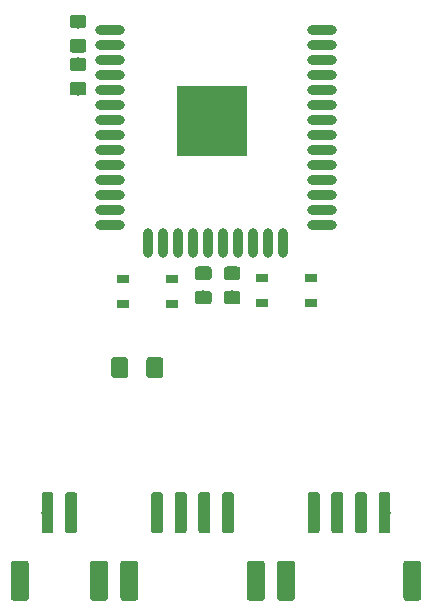
<source format=gbr>
G04 #@! TF.GenerationSoftware,KiCad,Pcbnew,(5.1.2)-1*
G04 #@! TF.CreationDate,2019-07-08T23:37:35+09:00*
G04 #@! TF.ProjectId,ESP32-breakout-SMD,45535033-322d-4627-9265-616b6f75742d,rev?*
G04 #@! TF.SameCoordinates,Original*
G04 #@! TF.FileFunction,Paste,Top*
G04 #@! TF.FilePolarity,Positive*
%FSLAX46Y46*%
G04 Gerber Fmt 4.6, Leading zero omitted, Abs format (unit mm)*
G04 Created by KiCad (PCBNEW (5.1.2)-1) date 2019-07-08 23:37:35*
%MOMM*%
%LPD*%
G04 APERTURE LIST*
%ADD10C,0.100000*%
%ADD11C,1.150000*%
%ADD12C,1.425000*%
%ADD13C,1.500000*%
%ADD14C,1.000000*%
%ADD15O,2.500000X0.900000*%
%ADD16O,0.900000X2.500000*%
%ADD17R,6.000000X6.000000*%
%ADD18R,1.050000X0.650000*%
G04 APERTURE END LIST*
D10*
G36*
X153128505Y-93826704D02*
G01*
X153152773Y-93830304D01*
X153176572Y-93836265D01*
X153199671Y-93844530D01*
X153221850Y-93855020D01*
X153242893Y-93867632D01*
X153262599Y-93882247D01*
X153280777Y-93898723D01*
X153297253Y-93916901D01*
X153311868Y-93936607D01*
X153324480Y-93957650D01*
X153334970Y-93979829D01*
X153343235Y-94002928D01*
X153349196Y-94026727D01*
X153352796Y-94050995D01*
X153354000Y-94075499D01*
X153354000Y-94725501D01*
X153352796Y-94750005D01*
X153349196Y-94774273D01*
X153343235Y-94798072D01*
X153334970Y-94821171D01*
X153324480Y-94843350D01*
X153311868Y-94864393D01*
X153297253Y-94884099D01*
X153280777Y-94902277D01*
X153262599Y-94918753D01*
X153242893Y-94933368D01*
X153221850Y-94945980D01*
X153199671Y-94956470D01*
X153176572Y-94964735D01*
X153152773Y-94970696D01*
X153128505Y-94974296D01*
X153104001Y-94975500D01*
X152203999Y-94975500D01*
X152179495Y-94974296D01*
X152155227Y-94970696D01*
X152131428Y-94964735D01*
X152108329Y-94956470D01*
X152086150Y-94945980D01*
X152065107Y-94933368D01*
X152045401Y-94918753D01*
X152027223Y-94902277D01*
X152010747Y-94884099D01*
X151996132Y-94864393D01*
X151983520Y-94843350D01*
X151973030Y-94821171D01*
X151964765Y-94798072D01*
X151958804Y-94774273D01*
X151955204Y-94750005D01*
X151954000Y-94725501D01*
X151954000Y-94075499D01*
X151955204Y-94050995D01*
X151958804Y-94026727D01*
X151964765Y-94002928D01*
X151973030Y-93979829D01*
X151983520Y-93957650D01*
X151996132Y-93936607D01*
X152010747Y-93916901D01*
X152027223Y-93898723D01*
X152045401Y-93882247D01*
X152065107Y-93867632D01*
X152086150Y-93855020D01*
X152108329Y-93844530D01*
X152131428Y-93836265D01*
X152155227Y-93830304D01*
X152179495Y-93826704D01*
X152203999Y-93825500D01*
X153104001Y-93825500D01*
X153128505Y-93826704D01*
X153128505Y-93826704D01*
G37*
D11*
X152654000Y-94400500D03*
D10*
G36*
X153128505Y-95876704D02*
G01*
X153152773Y-95880304D01*
X153176572Y-95886265D01*
X153199671Y-95894530D01*
X153221850Y-95905020D01*
X153242893Y-95917632D01*
X153262599Y-95932247D01*
X153280777Y-95948723D01*
X153297253Y-95966901D01*
X153311868Y-95986607D01*
X153324480Y-96007650D01*
X153334970Y-96029829D01*
X153343235Y-96052928D01*
X153349196Y-96076727D01*
X153352796Y-96100995D01*
X153354000Y-96125499D01*
X153354000Y-96775501D01*
X153352796Y-96800005D01*
X153349196Y-96824273D01*
X153343235Y-96848072D01*
X153334970Y-96871171D01*
X153324480Y-96893350D01*
X153311868Y-96914393D01*
X153297253Y-96934099D01*
X153280777Y-96952277D01*
X153262599Y-96968753D01*
X153242893Y-96983368D01*
X153221850Y-96995980D01*
X153199671Y-97006470D01*
X153176572Y-97014735D01*
X153152773Y-97020696D01*
X153128505Y-97024296D01*
X153104001Y-97025500D01*
X152203999Y-97025500D01*
X152179495Y-97024296D01*
X152155227Y-97020696D01*
X152131428Y-97014735D01*
X152108329Y-97006470D01*
X152086150Y-96995980D01*
X152065107Y-96983368D01*
X152045401Y-96968753D01*
X152027223Y-96952277D01*
X152010747Y-96934099D01*
X151996132Y-96914393D01*
X151983520Y-96893350D01*
X151973030Y-96871171D01*
X151964765Y-96848072D01*
X151958804Y-96824273D01*
X151955204Y-96800005D01*
X151954000Y-96775501D01*
X151954000Y-96125499D01*
X151955204Y-96100995D01*
X151958804Y-96076727D01*
X151964765Y-96052928D01*
X151973030Y-96029829D01*
X151983520Y-96007650D01*
X151996132Y-95986607D01*
X152010747Y-95966901D01*
X152027223Y-95948723D01*
X152045401Y-95932247D01*
X152065107Y-95917632D01*
X152086150Y-95905020D01*
X152108329Y-95894530D01*
X152131428Y-95886265D01*
X152155227Y-95880304D01*
X152179495Y-95876704D01*
X152203999Y-95875500D01*
X153104001Y-95875500D01*
X153128505Y-95876704D01*
X153128505Y-95876704D01*
G37*
D11*
X152654000Y-96450500D03*
D10*
G36*
X163745705Y-117189604D02*
G01*
X163769973Y-117193204D01*
X163793772Y-117199165D01*
X163816871Y-117207430D01*
X163839050Y-117217920D01*
X163860093Y-117230532D01*
X163879799Y-117245147D01*
X163897977Y-117261623D01*
X163914453Y-117279801D01*
X163929068Y-117299507D01*
X163941680Y-117320550D01*
X163952170Y-117342729D01*
X163960435Y-117365828D01*
X163966396Y-117389627D01*
X163969996Y-117413895D01*
X163971200Y-117438399D01*
X163971200Y-118088401D01*
X163969996Y-118112905D01*
X163966396Y-118137173D01*
X163960435Y-118160972D01*
X163952170Y-118184071D01*
X163941680Y-118206250D01*
X163929068Y-118227293D01*
X163914453Y-118246999D01*
X163897977Y-118265177D01*
X163879799Y-118281653D01*
X163860093Y-118296268D01*
X163839050Y-118308880D01*
X163816871Y-118319370D01*
X163793772Y-118327635D01*
X163769973Y-118333596D01*
X163745705Y-118337196D01*
X163721201Y-118338400D01*
X162821199Y-118338400D01*
X162796695Y-118337196D01*
X162772427Y-118333596D01*
X162748628Y-118327635D01*
X162725529Y-118319370D01*
X162703350Y-118308880D01*
X162682307Y-118296268D01*
X162662601Y-118281653D01*
X162644423Y-118265177D01*
X162627947Y-118246999D01*
X162613332Y-118227293D01*
X162600720Y-118206250D01*
X162590230Y-118184071D01*
X162581965Y-118160972D01*
X162576004Y-118137173D01*
X162572404Y-118112905D01*
X162571200Y-118088401D01*
X162571200Y-117438399D01*
X162572404Y-117413895D01*
X162576004Y-117389627D01*
X162581965Y-117365828D01*
X162590230Y-117342729D01*
X162600720Y-117320550D01*
X162613332Y-117299507D01*
X162627947Y-117279801D01*
X162644423Y-117261623D01*
X162662601Y-117245147D01*
X162682307Y-117230532D01*
X162703350Y-117217920D01*
X162725529Y-117207430D01*
X162748628Y-117199165D01*
X162772427Y-117193204D01*
X162796695Y-117189604D01*
X162821199Y-117188400D01*
X163721201Y-117188400D01*
X163745705Y-117189604D01*
X163745705Y-117189604D01*
G37*
D11*
X163271200Y-117763400D03*
D10*
G36*
X163745705Y-115139604D02*
G01*
X163769973Y-115143204D01*
X163793772Y-115149165D01*
X163816871Y-115157430D01*
X163839050Y-115167920D01*
X163860093Y-115180532D01*
X163879799Y-115195147D01*
X163897977Y-115211623D01*
X163914453Y-115229801D01*
X163929068Y-115249507D01*
X163941680Y-115270550D01*
X163952170Y-115292729D01*
X163960435Y-115315828D01*
X163966396Y-115339627D01*
X163969996Y-115363895D01*
X163971200Y-115388399D01*
X163971200Y-116038401D01*
X163969996Y-116062905D01*
X163966396Y-116087173D01*
X163960435Y-116110972D01*
X163952170Y-116134071D01*
X163941680Y-116156250D01*
X163929068Y-116177293D01*
X163914453Y-116196999D01*
X163897977Y-116215177D01*
X163879799Y-116231653D01*
X163860093Y-116246268D01*
X163839050Y-116258880D01*
X163816871Y-116269370D01*
X163793772Y-116277635D01*
X163769973Y-116283596D01*
X163745705Y-116287196D01*
X163721201Y-116288400D01*
X162821199Y-116288400D01*
X162796695Y-116287196D01*
X162772427Y-116283596D01*
X162748628Y-116277635D01*
X162725529Y-116269370D01*
X162703350Y-116258880D01*
X162682307Y-116246268D01*
X162662601Y-116231653D01*
X162644423Y-116215177D01*
X162627947Y-116196999D01*
X162613332Y-116177293D01*
X162600720Y-116156250D01*
X162590230Y-116134071D01*
X162581965Y-116110972D01*
X162576004Y-116087173D01*
X162572404Y-116062905D01*
X162571200Y-116038401D01*
X162571200Y-115388399D01*
X162572404Y-115363895D01*
X162576004Y-115339627D01*
X162581965Y-115315828D01*
X162590230Y-115292729D01*
X162600720Y-115270550D01*
X162613332Y-115249507D01*
X162627947Y-115229801D01*
X162644423Y-115211623D01*
X162662601Y-115195147D01*
X162682307Y-115180532D01*
X162703350Y-115167920D01*
X162725529Y-115157430D01*
X162748628Y-115149165D01*
X162772427Y-115143204D01*
X162796695Y-115139604D01*
X162821199Y-115138400D01*
X163721201Y-115138400D01*
X163745705Y-115139604D01*
X163745705Y-115139604D01*
G37*
D11*
X163271200Y-115713400D03*
D10*
G36*
X166184105Y-115139604D02*
G01*
X166208373Y-115143204D01*
X166232172Y-115149165D01*
X166255271Y-115157430D01*
X166277450Y-115167920D01*
X166298493Y-115180532D01*
X166318199Y-115195147D01*
X166336377Y-115211623D01*
X166352853Y-115229801D01*
X166367468Y-115249507D01*
X166380080Y-115270550D01*
X166390570Y-115292729D01*
X166398835Y-115315828D01*
X166404796Y-115339627D01*
X166408396Y-115363895D01*
X166409600Y-115388399D01*
X166409600Y-116038401D01*
X166408396Y-116062905D01*
X166404796Y-116087173D01*
X166398835Y-116110972D01*
X166390570Y-116134071D01*
X166380080Y-116156250D01*
X166367468Y-116177293D01*
X166352853Y-116196999D01*
X166336377Y-116215177D01*
X166318199Y-116231653D01*
X166298493Y-116246268D01*
X166277450Y-116258880D01*
X166255271Y-116269370D01*
X166232172Y-116277635D01*
X166208373Y-116283596D01*
X166184105Y-116287196D01*
X166159601Y-116288400D01*
X165259599Y-116288400D01*
X165235095Y-116287196D01*
X165210827Y-116283596D01*
X165187028Y-116277635D01*
X165163929Y-116269370D01*
X165141750Y-116258880D01*
X165120707Y-116246268D01*
X165101001Y-116231653D01*
X165082823Y-116215177D01*
X165066347Y-116196999D01*
X165051732Y-116177293D01*
X165039120Y-116156250D01*
X165028630Y-116134071D01*
X165020365Y-116110972D01*
X165014404Y-116087173D01*
X165010804Y-116062905D01*
X165009600Y-116038401D01*
X165009600Y-115388399D01*
X165010804Y-115363895D01*
X165014404Y-115339627D01*
X165020365Y-115315828D01*
X165028630Y-115292729D01*
X165039120Y-115270550D01*
X165051732Y-115249507D01*
X165066347Y-115229801D01*
X165082823Y-115211623D01*
X165101001Y-115195147D01*
X165120707Y-115180532D01*
X165141750Y-115167920D01*
X165163929Y-115157430D01*
X165187028Y-115149165D01*
X165210827Y-115143204D01*
X165235095Y-115139604D01*
X165259599Y-115138400D01*
X166159601Y-115138400D01*
X166184105Y-115139604D01*
X166184105Y-115139604D01*
G37*
D11*
X165709600Y-115713400D03*
D10*
G36*
X166184105Y-117189604D02*
G01*
X166208373Y-117193204D01*
X166232172Y-117199165D01*
X166255271Y-117207430D01*
X166277450Y-117217920D01*
X166298493Y-117230532D01*
X166318199Y-117245147D01*
X166336377Y-117261623D01*
X166352853Y-117279801D01*
X166367468Y-117299507D01*
X166380080Y-117320550D01*
X166390570Y-117342729D01*
X166398835Y-117365828D01*
X166404796Y-117389627D01*
X166408396Y-117413895D01*
X166409600Y-117438399D01*
X166409600Y-118088401D01*
X166408396Y-118112905D01*
X166404796Y-118137173D01*
X166398835Y-118160972D01*
X166390570Y-118184071D01*
X166380080Y-118206250D01*
X166367468Y-118227293D01*
X166352853Y-118246999D01*
X166336377Y-118265177D01*
X166318199Y-118281653D01*
X166298493Y-118296268D01*
X166277450Y-118308880D01*
X166255271Y-118319370D01*
X166232172Y-118327635D01*
X166208373Y-118333596D01*
X166184105Y-118337196D01*
X166159601Y-118338400D01*
X165259599Y-118338400D01*
X165235095Y-118337196D01*
X165210827Y-118333596D01*
X165187028Y-118327635D01*
X165163929Y-118319370D01*
X165141750Y-118308880D01*
X165120707Y-118296268D01*
X165101001Y-118281653D01*
X165082823Y-118265177D01*
X165066347Y-118246999D01*
X165051732Y-118227293D01*
X165039120Y-118206250D01*
X165028630Y-118184071D01*
X165020365Y-118160972D01*
X165014404Y-118137173D01*
X165010804Y-118112905D01*
X165009600Y-118088401D01*
X165009600Y-117438399D01*
X165010804Y-117413895D01*
X165014404Y-117389627D01*
X165020365Y-117365828D01*
X165028630Y-117342729D01*
X165039120Y-117320550D01*
X165051732Y-117299507D01*
X165066347Y-117279801D01*
X165082823Y-117261623D01*
X165101001Y-117245147D01*
X165120707Y-117230532D01*
X165141750Y-117217920D01*
X165163929Y-117207430D01*
X165187028Y-117199165D01*
X165210827Y-117193204D01*
X165235095Y-117189604D01*
X165259599Y-117188400D01*
X166159601Y-117188400D01*
X166184105Y-117189604D01*
X166184105Y-117189604D01*
G37*
D11*
X165709600Y-117763400D03*
D10*
G36*
X153128505Y-99511204D02*
G01*
X153152773Y-99514804D01*
X153176572Y-99520765D01*
X153199671Y-99529030D01*
X153221850Y-99539520D01*
X153242893Y-99552132D01*
X153262599Y-99566747D01*
X153280777Y-99583223D01*
X153297253Y-99601401D01*
X153311868Y-99621107D01*
X153324480Y-99642150D01*
X153334970Y-99664329D01*
X153343235Y-99687428D01*
X153349196Y-99711227D01*
X153352796Y-99735495D01*
X153354000Y-99759999D01*
X153354000Y-100410001D01*
X153352796Y-100434505D01*
X153349196Y-100458773D01*
X153343235Y-100482572D01*
X153334970Y-100505671D01*
X153324480Y-100527850D01*
X153311868Y-100548893D01*
X153297253Y-100568599D01*
X153280777Y-100586777D01*
X153262599Y-100603253D01*
X153242893Y-100617868D01*
X153221850Y-100630480D01*
X153199671Y-100640970D01*
X153176572Y-100649235D01*
X153152773Y-100655196D01*
X153128505Y-100658796D01*
X153104001Y-100660000D01*
X152203999Y-100660000D01*
X152179495Y-100658796D01*
X152155227Y-100655196D01*
X152131428Y-100649235D01*
X152108329Y-100640970D01*
X152086150Y-100630480D01*
X152065107Y-100617868D01*
X152045401Y-100603253D01*
X152027223Y-100586777D01*
X152010747Y-100568599D01*
X151996132Y-100548893D01*
X151983520Y-100527850D01*
X151973030Y-100505671D01*
X151964765Y-100482572D01*
X151958804Y-100458773D01*
X151955204Y-100434505D01*
X151954000Y-100410001D01*
X151954000Y-99759999D01*
X151955204Y-99735495D01*
X151958804Y-99711227D01*
X151964765Y-99687428D01*
X151973030Y-99664329D01*
X151983520Y-99642150D01*
X151996132Y-99621107D01*
X152010747Y-99601401D01*
X152027223Y-99583223D01*
X152045401Y-99566747D01*
X152065107Y-99552132D01*
X152086150Y-99539520D01*
X152108329Y-99529030D01*
X152131428Y-99520765D01*
X152155227Y-99514804D01*
X152179495Y-99511204D01*
X152203999Y-99510000D01*
X153104001Y-99510000D01*
X153128505Y-99511204D01*
X153128505Y-99511204D01*
G37*
D11*
X152654000Y-100085000D03*
D10*
G36*
X153128505Y-97461204D02*
G01*
X153152773Y-97464804D01*
X153176572Y-97470765D01*
X153199671Y-97479030D01*
X153221850Y-97489520D01*
X153242893Y-97502132D01*
X153262599Y-97516747D01*
X153280777Y-97533223D01*
X153297253Y-97551401D01*
X153311868Y-97571107D01*
X153324480Y-97592150D01*
X153334970Y-97614329D01*
X153343235Y-97637428D01*
X153349196Y-97661227D01*
X153352796Y-97685495D01*
X153354000Y-97709999D01*
X153354000Y-98360001D01*
X153352796Y-98384505D01*
X153349196Y-98408773D01*
X153343235Y-98432572D01*
X153334970Y-98455671D01*
X153324480Y-98477850D01*
X153311868Y-98498893D01*
X153297253Y-98518599D01*
X153280777Y-98536777D01*
X153262599Y-98553253D01*
X153242893Y-98567868D01*
X153221850Y-98580480D01*
X153199671Y-98590970D01*
X153176572Y-98599235D01*
X153152773Y-98605196D01*
X153128505Y-98608796D01*
X153104001Y-98610000D01*
X152203999Y-98610000D01*
X152179495Y-98608796D01*
X152155227Y-98605196D01*
X152131428Y-98599235D01*
X152108329Y-98590970D01*
X152086150Y-98580480D01*
X152065107Y-98567868D01*
X152045401Y-98553253D01*
X152027223Y-98536777D01*
X152010747Y-98518599D01*
X151996132Y-98498893D01*
X151983520Y-98477850D01*
X151973030Y-98455671D01*
X151964765Y-98432572D01*
X151958804Y-98408773D01*
X151955204Y-98384505D01*
X151954000Y-98360001D01*
X151954000Y-97709999D01*
X151955204Y-97685495D01*
X151958804Y-97661227D01*
X151964765Y-97637428D01*
X151973030Y-97614329D01*
X151983520Y-97592150D01*
X151996132Y-97571107D01*
X152010747Y-97551401D01*
X152027223Y-97533223D01*
X152045401Y-97516747D01*
X152065107Y-97502132D01*
X152086150Y-97489520D01*
X152108329Y-97479030D01*
X152131428Y-97470765D01*
X152155227Y-97464804D01*
X152179495Y-97461204D01*
X152203999Y-97460000D01*
X153104001Y-97460000D01*
X153128505Y-97461204D01*
X153128505Y-97461204D01*
G37*
D11*
X152654000Y-98035000D03*
D10*
G36*
X159657704Y-122824204D02*
G01*
X159681973Y-122827804D01*
X159705771Y-122833765D01*
X159728871Y-122842030D01*
X159751049Y-122852520D01*
X159772093Y-122865133D01*
X159791798Y-122879747D01*
X159809977Y-122896223D01*
X159826453Y-122914402D01*
X159841067Y-122934107D01*
X159853680Y-122955151D01*
X159864170Y-122977329D01*
X159872435Y-123000429D01*
X159878396Y-123024227D01*
X159881996Y-123048496D01*
X159883200Y-123073000D01*
X159883200Y-124323000D01*
X159881996Y-124347504D01*
X159878396Y-124371773D01*
X159872435Y-124395571D01*
X159864170Y-124418671D01*
X159853680Y-124440849D01*
X159841067Y-124461893D01*
X159826453Y-124481598D01*
X159809977Y-124499777D01*
X159791798Y-124516253D01*
X159772093Y-124530867D01*
X159751049Y-124543480D01*
X159728871Y-124553970D01*
X159705771Y-124562235D01*
X159681973Y-124568196D01*
X159657704Y-124571796D01*
X159633200Y-124573000D01*
X158708200Y-124573000D01*
X158683696Y-124571796D01*
X158659427Y-124568196D01*
X158635629Y-124562235D01*
X158612529Y-124553970D01*
X158590351Y-124543480D01*
X158569307Y-124530867D01*
X158549602Y-124516253D01*
X158531423Y-124499777D01*
X158514947Y-124481598D01*
X158500333Y-124461893D01*
X158487720Y-124440849D01*
X158477230Y-124418671D01*
X158468965Y-124395571D01*
X158463004Y-124371773D01*
X158459404Y-124347504D01*
X158458200Y-124323000D01*
X158458200Y-123073000D01*
X158459404Y-123048496D01*
X158463004Y-123024227D01*
X158468965Y-123000429D01*
X158477230Y-122977329D01*
X158487720Y-122955151D01*
X158500333Y-122934107D01*
X158514947Y-122914402D01*
X158531423Y-122896223D01*
X158549602Y-122879747D01*
X158569307Y-122865133D01*
X158590351Y-122852520D01*
X158612529Y-122842030D01*
X158635629Y-122833765D01*
X158659427Y-122827804D01*
X158683696Y-122824204D01*
X158708200Y-122823000D01*
X159633200Y-122823000D01*
X159657704Y-122824204D01*
X159657704Y-122824204D01*
G37*
D12*
X159170700Y-123698000D03*
D10*
G36*
X156682704Y-122824204D02*
G01*
X156706973Y-122827804D01*
X156730771Y-122833765D01*
X156753871Y-122842030D01*
X156776049Y-122852520D01*
X156797093Y-122865133D01*
X156816798Y-122879747D01*
X156834977Y-122896223D01*
X156851453Y-122914402D01*
X156866067Y-122934107D01*
X156878680Y-122955151D01*
X156889170Y-122977329D01*
X156897435Y-123000429D01*
X156903396Y-123024227D01*
X156906996Y-123048496D01*
X156908200Y-123073000D01*
X156908200Y-124323000D01*
X156906996Y-124347504D01*
X156903396Y-124371773D01*
X156897435Y-124395571D01*
X156889170Y-124418671D01*
X156878680Y-124440849D01*
X156866067Y-124461893D01*
X156851453Y-124481598D01*
X156834977Y-124499777D01*
X156816798Y-124516253D01*
X156797093Y-124530867D01*
X156776049Y-124543480D01*
X156753871Y-124553970D01*
X156730771Y-124562235D01*
X156706973Y-124568196D01*
X156682704Y-124571796D01*
X156658200Y-124573000D01*
X155733200Y-124573000D01*
X155708696Y-124571796D01*
X155684427Y-124568196D01*
X155660629Y-124562235D01*
X155637529Y-124553970D01*
X155615351Y-124543480D01*
X155594307Y-124530867D01*
X155574602Y-124516253D01*
X155556423Y-124499777D01*
X155539947Y-124481598D01*
X155525333Y-124461893D01*
X155512720Y-124440849D01*
X155502230Y-124418671D01*
X155493965Y-124395571D01*
X155488004Y-124371773D01*
X155484404Y-124347504D01*
X155483200Y-124323000D01*
X155483200Y-123073000D01*
X155484404Y-123048496D01*
X155488004Y-123024227D01*
X155493965Y-123000429D01*
X155502230Y-122977329D01*
X155512720Y-122955151D01*
X155525333Y-122934107D01*
X155539947Y-122914402D01*
X155556423Y-122896223D01*
X155574602Y-122879747D01*
X155594307Y-122865133D01*
X155615351Y-122852520D01*
X155637529Y-122842030D01*
X155660629Y-122833765D01*
X155684427Y-122827804D01*
X155708696Y-122824204D01*
X155733200Y-122823000D01*
X156658200Y-122823000D01*
X156682704Y-122824204D01*
X156682704Y-122824204D01*
G37*
D12*
X156195700Y-123698000D03*
D10*
G36*
X181492904Y-140037604D02*
G01*
X181517173Y-140041204D01*
X181540971Y-140047165D01*
X181564071Y-140055430D01*
X181586249Y-140065920D01*
X181607293Y-140078533D01*
X181626998Y-140093147D01*
X181645177Y-140109623D01*
X181661653Y-140127802D01*
X181676267Y-140147507D01*
X181688880Y-140168551D01*
X181699370Y-140190729D01*
X181707635Y-140213829D01*
X181713596Y-140237627D01*
X181717196Y-140261896D01*
X181718400Y-140286400D01*
X181718400Y-143186400D01*
X181717196Y-143210904D01*
X181713596Y-143235173D01*
X181707635Y-143258971D01*
X181699370Y-143282071D01*
X181688880Y-143304249D01*
X181676267Y-143325293D01*
X181661653Y-143344998D01*
X181645177Y-143363177D01*
X181626998Y-143379653D01*
X181607293Y-143394267D01*
X181586249Y-143406880D01*
X181564071Y-143417370D01*
X181540971Y-143425635D01*
X181517173Y-143431596D01*
X181492904Y-143435196D01*
X181468400Y-143436400D01*
X180468400Y-143436400D01*
X180443896Y-143435196D01*
X180419627Y-143431596D01*
X180395829Y-143425635D01*
X180372729Y-143417370D01*
X180350551Y-143406880D01*
X180329507Y-143394267D01*
X180309802Y-143379653D01*
X180291623Y-143363177D01*
X180275147Y-143344998D01*
X180260533Y-143325293D01*
X180247920Y-143304249D01*
X180237430Y-143282071D01*
X180229165Y-143258971D01*
X180223204Y-143235173D01*
X180219604Y-143210904D01*
X180218400Y-143186400D01*
X180218400Y-140286400D01*
X180219604Y-140261896D01*
X180223204Y-140237627D01*
X180229165Y-140213829D01*
X180237430Y-140190729D01*
X180247920Y-140168551D01*
X180260533Y-140147507D01*
X180275147Y-140127802D01*
X180291623Y-140109623D01*
X180309802Y-140093147D01*
X180329507Y-140078533D01*
X180350551Y-140065920D01*
X180372729Y-140055430D01*
X180395829Y-140047165D01*
X180419627Y-140041204D01*
X180443896Y-140037604D01*
X180468400Y-140036400D01*
X181468400Y-140036400D01*
X181492904Y-140037604D01*
X181492904Y-140037604D01*
G37*
D13*
X180968400Y-141736400D03*
D10*
G36*
X170792904Y-140037604D02*
G01*
X170817173Y-140041204D01*
X170840971Y-140047165D01*
X170864071Y-140055430D01*
X170886249Y-140065920D01*
X170907293Y-140078533D01*
X170926998Y-140093147D01*
X170945177Y-140109623D01*
X170961653Y-140127802D01*
X170976267Y-140147507D01*
X170988880Y-140168551D01*
X170999370Y-140190729D01*
X171007635Y-140213829D01*
X171013596Y-140237627D01*
X171017196Y-140261896D01*
X171018400Y-140286400D01*
X171018400Y-143186400D01*
X171017196Y-143210904D01*
X171013596Y-143235173D01*
X171007635Y-143258971D01*
X170999370Y-143282071D01*
X170988880Y-143304249D01*
X170976267Y-143325293D01*
X170961653Y-143344998D01*
X170945177Y-143363177D01*
X170926998Y-143379653D01*
X170907293Y-143394267D01*
X170886249Y-143406880D01*
X170864071Y-143417370D01*
X170840971Y-143425635D01*
X170817173Y-143431596D01*
X170792904Y-143435196D01*
X170768400Y-143436400D01*
X169768400Y-143436400D01*
X169743896Y-143435196D01*
X169719627Y-143431596D01*
X169695829Y-143425635D01*
X169672729Y-143417370D01*
X169650551Y-143406880D01*
X169629507Y-143394267D01*
X169609802Y-143379653D01*
X169591623Y-143363177D01*
X169575147Y-143344998D01*
X169560533Y-143325293D01*
X169547920Y-143304249D01*
X169537430Y-143282071D01*
X169529165Y-143258971D01*
X169523204Y-143235173D01*
X169519604Y-143210904D01*
X169518400Y-143186400D01*
X169518400Y-140286400D01*
X169519604Y-140261896D01*
X169523204Y-140237627D01*
X169529165Y-140213829D01*
X169537430Y-140190729D01*
X169547920Y-140168551D01*
X169560533Y-140147507D01*
X169575147Y-140127802D01*
X169591623Y-140109623D01*
X169609802Y-140093147D01*
X169629507Y-140078533D01*
X169650551Y-140065920D01*
X169672729Y-140055430D01*
X169695829Y-140047165D01*
X169719627Y-140041204D01*
X169743896Y-140037604D01*
X169768400Y-140036400D01*
X170768400Y-140036400D01*
X170792904Y-140037604D01*
X170792904Y-140037604D01*
G37*
D13*
X170268400Y-141736400D03*
D10*
G36*
X178892904Y-134237604D02*
G01*
X178917173Y-134241204D01*
X178940971Y-134247165D01*
X178964071Y-134255430D01*
X178986249Y-134265920D01*
X179007293Y-134278533D01*
X179026998Y-134293147D01*
X179045177Y-134309623D01*
X179061653Y-134327802D01*
X179076267Y-134347507D01*
X179088880Y-134368551D01*
X179099370Y-134390729D01*
X179107635Y-134413829D01*
X179113596Y-134437627D01*
X179117196Y-134461896D01*
X179118400Y-134486400D01*
X179118400Y-137486400D01*
X179117196Y-137510904D01*
X179113596Y-137535173D01*
X179107635Y-137558971D01*
X179099370Y-137582071D01*
X179088880Y-137604249D01*
X179076267Y-137625293D01*
X179061653Y-137644998D01*
X179045177Y-137663177D01*
X179026998Y-137679653D01*
X179007293Y-137694267D01*
X178986249Y-137706880D01*
X178964071Y-137717370D01*
X178940971Y-137725635D01*
X178917173Y-137731596D01*
X178892904Y-137735196D01*
X178868400Y-137736400D01*
X178368400Y-137736400D01*
X178343896Y-137735196D01*
X178319627Y-137731596D01*
X178295829Y-137725635D01*
X178272729Y-137717370D01*
X178250551Y-137706880D01*
X178229507Y-137694267D01*
X178209802Y-137679653D01*
X178191623Y-137663177D01*
X178175147Y-137644998D01*
X178160533Y-137625293D01*
X178147920Y-137604249D01*
X178137430Y-137582071D01*
X178129165Y-137558971D01*
X178123204Y-137535173D01*
X178119604Y-137510904D01*
X178118400Y-137486400D01*
X178118400Y-134486400D01*
X178119604Y-134461896D01*
X178123204Y-134437627D01*
X178129165Y-134413829D01*
X178137430Y-134390729D01*
X178147920Y-134368551D01*
X178160533Y-134347507D01*
X178175147Y-134327802D01*
X178191623Y-134309623D01*
X178209802Y-134293147D01*
X178229507Y-134278533D01*
X178250551Y-134265920D01*
X178272729Y-134255430D01*
X178295829Y-134247165D01*
X178319627Y-134241204D01*
X178343896Y-134237604D01*
X178368400Y-134236400D01*
X178868400Y-134236400D01*
X178892904Y-134237604D01*
X178892904Y-134237604D01*
G37*
D14*
X178618400Y-135986400D03*
D10*
G36*
X176892904Y-134237604D02*
G01*
X176917173Y-134241204D01*
X176940971Y-134247165D01*
X176964071Y-134255430D01*
X176986249Y-134265920D01*
X177007293Y-134278533D01*
X177026998Y-134293147D01*
X177045177Y-134309623D01*
X177061653Y-134327802D01*
X177076267Y-134347507D01*
X177088880Y-134368551D01*
X177099370Y-134390729D01*
X177107635Y-134413829D01*
X177113596Y-134437627D01*
X177117196Y-134461896D01*
X177118400Y-134486400D01*
X177118400Y-137486400D01*
X177117196Y-137510904D01*
X177113596Y-137535173D01*
X177107635Y-137558971D01*
X177099370Y-137582071D01*
X177088880Y-137604249D01*
X177076267Y-137625293D01*
X177061653Y-137644998D01*
X177045177Y-137663177D01*
X177026998Y-137679653D01*
X177007293Y-137694267D01*
X176986249Y-137706880D01*
X176964071Y-137717370D01*
X176940971Y-137725635D01*
X176917173Y-137731596D01*
X176892904Y-137735196D01*
X176868400Y-137736400D01*
X176368400Y-137736400D01*
X176343896Y-137735196D01*
X176319627Y-137731596D01*
X176295829Y-137725635D01*
X176272729Y-137717370D01*
X176250551Y-137706880D01*
X176229507Y-137694267D01*
X176209802Y-137679653D01*
X176191623Y-137663177D01*
X176175147Y-137644998D01*
X176160533Y-137625293D01*
X176147920Y-137604249D01*
X176137430Y-137582071D01*
X176129165Y-137558971D01*
X176123204Y-137535173D01*
X176119604Y-137510904D01*
X176118400Y-137486400D01*
X176118400Y-134486400D01*
X176119604Y-134461896D01*
X176123204Y-134437627D01*
X176129165Y-134413829D01*
X176137430Y-134390729D01*
X176147920Y-134368551D01*
X176160533Y-134347507D01*
X176175147Y-134327802D01*
X176191623Y-134309623D01*
X176209802Y-134293147D01*
X176229507Y-134278533D01*
X176250551Y-134265920D01*
X176272729Y-134255430D01*
X176295829Y-134247165D01*
X176319627Y-134241204D01*
X176343896Y-134237604D01*
X176368400Y-134236400D01*
X176868400Y-134236400D01*
X176892904Y-134237604D01*
X176892904Y-134237604D01*
G37*
D14*
X176618400Y-135986400D03*
D10*
G36*
X174892904Y-134237604D02*
G01*
X174917173Y-134241204D01*
X174940971Y-134247165D01*
X174964071Y-134255430D01*
X174986249Y-134265920D01*
X175007293Y-134278533D01*
X175026998Y-134293147D01*
X175045177Y-134309623D01*
X175061653Y-134327802D01*
X175076267Y-134347507D01*
X175088880Y-134368551D01*
X175099370Y-134390729D01*
X175107635Y-134413829D01*
X175113596Y-134437627D01*
X175117196Y-134461896D01*
X175118400Y-134486400D01*
X175118400Y-137486400D01*
X175117196Y-137510904D01*
X175113596Y-137535173D01*
X175107635Y-137558971D01*
X175099370Y-137582071D01*
X175088880Y-137604249D01*
X175076267Y-137625293D01*
X175061653Y-137644998D01*
X175045177Y-137663177D01*
X175026998Y-137679653D01*
X175007293Y-137694267D01*
X174986249Y-137706880D01*
X174964071Y-137717370D01*
X174940971Y-137725635D01*
X174917173Y-137731596D01*
X174892904Y-137735196D01*
X174868400Y-137736400D01*
X174368400Y-137736400D01*
X174343896Y-137735196D01*
X174319627Y-137731596D01*
X174295829Y-137725635D01*
X174272729Y-137717370D01*
X174250551Y-137706880D01*
X174229507Y-137694267D01*
X174209802Y-137679653D01*
X174191623Y-137663177D01*
X174175147Y-137644998D01*
X174160533Y-137625293D01*
X174147920Y-137604249D01*
X174137430Y-137582071D01*
X174129165Y-137558971D01*
X174123204Y-137535173D01*
X174119604Y-137510904D01*
X174118400Y-137486400D01*
X174118400Y-134486400D01*
X174119604Y-134461896D01*
X174123204Y-134437627D01*
X174129165Y-134413829D01*
X174137430Y-134390729D01*
X174147920Y-134368551D01*
X174160533Y-134347507D01*
X174175147Y-134327802D01*
X174191623Y-134309623D01*
X174209802Y-134293147D01*
X174229507Y-134278533D01*
X174250551Y-134265920D01*
X174272729Y-134255430D01*
X174295829Y-134247165D01*
X174319627Y-134241204D01*
X174343896Y-134237604D01*
X174368400Y-134236400D01*
X174868400Y-134236400D01*
X174892904Y-134237604D01*
X174892904Y-134237604D01*
G37*
D14*
X174618400Y-135986400D03*
D10*
G36*
X172892904Y-134237604D02*
G01*
X172917173Y-134241204D01*
X172940971Y-134247165D01*
X172964071Y-134255430D01*
X172986249Y-134265920D01*
X173007293Y-134278533D01*
X173026998Y-134293147D01*
X173045177Y-134309623D01*
X173061653Y-134327802D01*
X173076267Y-134347507D01*
X173088880Y-134368551D01*
X173099370Y-134390729D01*
X173107635Y-134413829D01*
X173113596Y-134437627D01*
X173117196Y-134461896D01*
X173118400Y-134486400D01*
X173118400Y-137486400D01*
X173117196Y-137510904D01*
X173113596Y-137535173D01*
X173107635Y-137558971D01*
X173099370Y-137582071D01*
X173088880Y-137604249D01*
X173076267Y-137625293D01*
X173061653Y-137644998D01*
X173045177Y-137663177D01*
X173026998Y-137679653D01*
X173007293Y-137694267D01*
X172986249Y-137706880D01*
X172964071Y-137717370D01*
X172940971Y-137725635D01*
X172917173Y-137731596D01*
X172892904Y-137735196D01*
X172868400Y-137736400D01*
X172368400Y-137736400D01*
X172343896Y-137735196D01*
X172319627Y-137731596D01*
X172295829Y-137725635D01*
X172272729Y-137717370D01*
X172250551Y-137706880D01*
X172229507Y-137694267D01*
X172209802Y-137679653D01*
X172191623Y-137663177D01*
X172175147Y-137644998D01*
X172160533Y-137625293D01*
X172147920Y-137604249D01*
X172137430Y-137582071D01*
X172129165Y-137558971D01*
X172123204Y-137535173D01*
X172119604Y-137510904D01*
X172118400Y-137486400D01*
X172118400Y-134486400D01*
X172119604Y-134461896D01*
X172123204Y-134437627D01*
X172129165Y-134413829D01*
X172137430Y-134390729D01*
X172147920Y-134368551D01*
X172160533Y-134347507D01*
X172175147Y-134327802D01*
X172191623Y-134309623D01*
X172209802Y-134293147D01*
X172229507Y-134278533D01*
X172250551Y-134265920D01*
X172272729Y-134255430D01*
X172295829Y-134247165D01*
X172319627Y-134241204D01*
X172343896Y-134237604D01*
X172368400Y-134236400D01*
X172868400Y-134236400D01*
X172892904Y-134237604D01*
X172892904Y-134237604D01*
G37*
D14*
X172618400Y-135986400D03*
D15*
X173330000Y-95110000D03*
X173330000Y-96380000D03*
X173330000Y-97650000D03*
X173330000Y-98920000D03*
X173330000Y-100190000D03*
X173330000Y-101460000D03*
X173330000Y-102730000D03*
X173330000Y-104000000D03*
X173330000Y-105270000D03*
X173330000Y-106540000D03*
X173330000Y-107810000D03*
X173330000Y-109080000D03*
X173330000Y-110350000D03*
X173330000Y-111620000D03*
D16*
X170045000Y-113110000D03*
X168775000Y-113110000D03*
X167505000Y-113110000D03*
X166235000Y-113110000D03*
X164965000Y-113110000D03*
X163695000Y-113110000D03*
X162425000Y-113110000D03*
X161155000Y-113110000D03*
X159885000Y-113110000D03*
X158615000Y-113110000D03*
D15*
X155330000Y-111620000D03*
X155330000Y-110350000D03*
X155330000Y-109080000D03*
X155330000Y-107810000D03*
X155330000Y-106540000D03*
X155330000Y-105270000D03*
X155330000Y-104000000D03*
X155330000Y-102730000D03*
X155330000Y-101460000D03*
X155330000Y-100190000D03*
X155330000Y-98920000D03*
X155330000Y-97650000D03*
X155330000Y-96380000D03*
X155330000Y-95110000D03*
D17*
X164030000Y-102810000D03*
D18*
X160621800Y-118321400D03*
X156471800Y-118321400D03*
X160621800Y-116171400D03*
X156471800Y-116171400D03*
X168206600Y-116120600D03*
X172356600Y-116120600D03*
X168206600Y-118270600D03*
X172356600Y-118270600D03*
D10*
G36*
X150353704Y-134237604D02*
G01*
X150377973Y-134241204D01*
X150401771Y-134247165D01*
X150424871Y-134255430D01*
X150447049Y-134265920D01*
X150468093Y-134278533D01*
X150487798Y-134293147D01*
X150505977Y-134309623D01*
X150522453Y-134327802D01*
X150537067Y-134347507D01*
X150549680Y-134368551D01*
X150560170Y-134390729D01*
X150568435Y-134413829D01*
X150574396Y-134437627D01*
X150577996Y-134461896D01*
X150579200Y-134486400D01*
X150579200Y-137486400D01*
X150577996Y-137510904D01*
X150574396Y-137535173D01*
X150568435Y-137558971D01*
X150560170Y-137582071D01*
X150549680Y-137604249D01*
X150537067Y-137625293D01*
X150522453Y-137644998D01*
X150505977Y-137663177D01*
X150487798Y-137679653D01*
X150468093Y-137694267D01*
X150447049Y-137706880D01*
X150424871Y-137717370D01*
X150401771Y-137725635D01*
X150377973Y-137731596D01*
X150353704Y-137735196D01*
X150329200Y-137736400D01*
X149829200Y-137736400D01*
X149804696Y-137735196D01*
X149780427Y-137731596D01*
X149756629Y-137725635D01*
X149733529Y-137717370D01*
X149711351Y-137706880D01*
X149690307Y-137694267D01*
X149670602Y-137679653D01*
X149652423Y-137663177D01*
X149635947Y-137644998D01*
X149621333Y-137625293D01*
X149608720Y-137604249D01*
X149598230Y-137582071D01*
X149589965Y-137558971D01*
X149584004Y-137535173D01*
X149580404Y-137510904D01*
X149579200Y-137486400D01*
X149579200Y-134486400D01*
X149580404Y-134461896D01*
X149584004Y-134437627D01*
X149589965Y-134413829D01*
X149598230Y-134390729D01*
X149608720Y-134368551D01*
X149621333Y-134347507D01*
X149635947Y-134327802D01*
X149652423Y-134309623D01*
X149670602Y-134293147D01*
X149690307Y-134278533D01*
X149711351Y-134265920D01*
X149733529Y-134255430D01*
X149756629Y-134247165D01*
X149780427Y-134241204D01*
X149804696Y-134237604D01*
X149829200Y-134236400D01*
X150329200Y-134236400D01*
X150353704Y-134237604D01*
X150353704Y-134237604D01*
G37*
D14*
X150079200Y-135986400D03*
D10*
G36*
X152353704Y-134237604D02*
G01*
X152377973Y-134241204D01*
X152401771Y-134247165D01*
X152424871Y-134255430D01*
X152447049Y-134265920D01*
X152468093Y-134278533D01*
X152487798Y-134293147D01*
X152505977Y-134309623D01*
X152522453Y-134327802D01*
X152537067Y-134347507D01*
X152549680Y-134368551D01*
X152560170Y-134390729D01*
X152568435Y-134413829D01*
X152574396Y-134437627D01*
X152577996Y-134461896D01*
X152579200Y-134486400D01*
X152579200Y-137486400D01*
X152577996Y-137510904D01*
X152574396Y-137535173D01*
X152568435Y-137558971D01*
X152560170Y-137582071D01*
X152549680Y-137604249D01*
X152537067Y-137625293D01*
X152522453Y-137644998D01*
X152505977Y-137663177D01*
X152487798Y-137679653D01*
X152468093Y-137694267D01*
X152447049Y-137706880D01*
X152424871Y-137717370D01*
X152401771Y-137725635D01*
X152377973Y-137731596D01*
X152353704Y-137735196D01*
X152329200Y-137736400D01*
X151829200Y-137736400D01*
X151804696Y-137735196D01*
X151780427Y-137731596D01*
X151756629Y-137725635D01*
X151733529Y-137717370D01*
X151711351Y-137706880D01*
X151690307Y-137694267D01*
X151670602Y-137679653D01*
X151652423Y-137663177D01*
X151635947Y-137644998D01*
X151621333Y-137625293D01*
X151608720Y-137604249D01*
X151598230Y-137582071D01*
X151589965Y-137558971D01*
X151584004Y-137535173D01*
X151580404Y-137510904D01*
X151579200Y-137486400D01*
X151579200Y-134486400D01*
X151580404Y-134461896D01*
X151584004Y-134437627D01*
X151589965Y-134413829D01*
X151598230Y-134390729D01*
X151608720Y-134368551D01*
X151621333Y-134347507D01*
X151635947Y-134327802D01*
X151652423Y-134309623D01*
X151670602Y-134293147D01*
X151690307Y-134278533D01*
X151711351Y-134265920D01*
X151733529Y-134255430D01*
X151756629Y-134247165D01*
X151780427Y-134241204D01*
X151804696Y-134237604D01*
X151829200Y-134236400D01*
X152329200Y-134236400D01*
X152353704Y-134237604D01*
X152353704Y-134237604D01*
G37*
D14*
X152079200Y-135986400D03*
D10*
G36*
X148253704Y-140037604D02*
G01*
X148277973Y-140041204D01*
X148301771Y-140047165D01*
X148324871Y-140055430D01*
X148347049Y-140065920D01*
X148368093Y-140078533D01*
X148387798Y-140093147D01*
X148405977Y-140109623D01*
X148422453Y-140127802D01*
X148437067Y-140147507D01*
X148449680Y-140168551D01*
X148460170Y-140190729D01*
X148468435Y-140213829D01*
X148474396Y-140237627D01*
X148477996Y-140261896D01*
X148479200Y-140286400D01*
X148479200Y-143186400D01*
X148477996Y-143210904D01*
X148474396Y-143235173D01*
X148468435Y-143258971D01*
X148460170Y-143282071D01*
X148449680Y-143304249D01*
X148437067Y-143325293D01*
X148422453Y-143344998D01*
X148405977Y-143363177D01*
X148387798Y-143379653D01*
X148368093Y-143394267D01*
X148347049Y-143406880D01*
X148324871Y-143417370D01*
X148301771Y-143425635D01*
X148277973Y-143431596D01*
X148253704Y-143435196D01*
X148229200Y-143436400D01*
X147229200Y-143436400D01*
X147204696Y-143435196D01*
X147180427Y-143431596D01*
X147156629Y-143425635D01*
X147133529Y-143417370D01*
X147111351Y-143406880D01*
X147090307Y-143394267D01*
X147070602Y-143379653D01*
X147052423Y-143363177D01*
X147035947Y-143344998D01*
X147021333Y-143325293D01*
X147008720Y-143304249D01*
X146998230Y-143282071D01*
X146989965Y-143258971D01*
X146984004Y-143235173D01*
X146980404Y-143210904D01*
X146979200Y-143186400D01*
X146979200Y-140286400D01*
X146980404Y-140261896D01*
X146984004Y-140237627D01*
X146989965Y-140213829D01*
X146998230Y-140190729D01*
X147008720Y-140168551D01*
X147021333Y-140147507D01*
X147035947Y-140127802D01*
X147052423Y-140109623D01*
X147070602Y-140093147D01*
X147090307Y-140078533D01*
X147111351Y-140065920D01*
X147133529Y-140055430D01*
X147156629Y-140047165D01*
X147180427Y-140041204D01*
X147204696Y-140037604D01*
X147229200Y-140036400D01*
X148229200Y-140036400D01*
X148253704Y-140037604D01*
X148253704Y-140037604D01*
G37*
D13*
X147729200Y-141736400D03*
D10*
G36*
X154953704Y-140037604D02*
G01*
X154977973Y-140041204D01*
X155001771Y-140047165D01*
X155024871Y-140055430D01*
X155047049Y-140065920D01*
X155068093Y-140078533D01*
X155087798Y-140093147D01*
X155105977Y-140109623D01*
X155122453Y-140127802D01*
X155137067Y-140147507D01*
X155149680Y-140168551D01*
X155160170Y-140190729D01*
X155168435Y-140213829D01*
X155174396Y-140237627D01*
X155177996Y-140261896D01*
X155179200Y-140286400D01*
X155179200Y-143186400D01*
X155177996Y-143210904D01*
X155174396Y-143235173D01*
X155168435Y-143258971D01*
X155160170Y-143282071D01*
X155149680Y-143304249D01*
X155137067Y-143325293D01*
X155122453Y-143344998D01*
X155105977Y-143363177D01*
X155087798Y-143379653D01*
X155068093Y-143394267D01*
X155047049Y-143406880D01*
X155024871Y-143417370D01*
X155001771Y-143425635D01*
X154977973Y-143431596D01*
X154953704Y-143435196D01*
X154929200Y-143436400D01*
X153929200Y-143436400D01*
X153904696Y-143435196D01*
X153880427Y-143431596D01*
X153856629Y-143425635D01*
X153833529Y-143417370D01*
X153811351Y-143406880D01*
X153790307Y-143394267D01*
X153770602Y-143379653D01*
X153752423Y-143363177D01*
X153735947Y-143344998D01*
X153721333Y-143325293D01*
X153708720Y-143304249D01*
X153698230Y-143282071D01*
X153689965Y-143258971D01*
X153684004Y-143235173D01*
X153680404Y-143210904D01*
X153679200Y-143186400D01*
X153679200Y-140286400D01*
X153680404Y-140261896D01*
X153684004Y-140237627D01*
X153689965Y-140213829D01*
X153698230Y-140190729D01*
X153708720Y-140168551D01*
X153721333Y-140147507D01*
X153735947Y-140127802D01*
X153752423Y-140109623D01*
X153770602Y-140093147D01*
X153790307Y-140078533D01*
X153811351Y-140065920D01*
X153833529Y-140055430D01*
X153856629Y-140047165D01*
X153880427Y-140041204D01*
X153904696Y-140037604D01*
X153929200Y-140036400D01*
X154929200Y-140036400D01*
X154953704Y-140037604D01*
X154953704Y-140037604D01*
G37*
D13*
X154429200Y-141736400D03*
D10*
G36*
X159631304Y-134237604D02*
G01*
X159655573Y-134241204D01*
X159679371Y-134247165D01*
X159702471Y-134255430D01*
X159724649Y-134265920D01*
X159745693Y-134278533D01*
X159765398Y-134293147D01*
X159783577Y-134309623D01*
X159800053Y-134327802D01*
X159814667Y-134347507D01*
X159827280Y-134368551D01*
X159837770Y-134390729D01*
X159846035Y-134413829D01*
X159851996Y-134437627D01*
X159855596Y-134461896D01*
X159856800Y-134486400D01*
X159856800Y-137486400D01*
X159855596Y-137510904D01*
X159851996Y-137535173D01*
X159846035Y-137558971D01*
X159837770Y-137582071D01*
X159827280Y-137604249D01*
X159814667Y-137625293D01*
X159800053Y-137644998D01*
X159783577Y-137663177D01*
X159765398Y-137679653D01*
X159745693Y-137694267D01*
X159724649Y-137706880D01*
X159702471Y-137717370D01*
X159679371Y-137725635D01*
X159655573Y-137731596D01*
X159631304Y-137735196D01*
X159606800Y-137736400D01*
X159106800Y-137736400D01*
X159082296Y-137735196D01*
X159058027Y-137731596D01*
X159034229Y-137725635D01*
X159011129Y-137717370D01*
X158988951Y-137706880D01*
X158967907Y-137694267D01*
X158948202Y-137679653D01*
X158930023Y-137663177D01*
X158913547Y-137644998D01*
X158898933Y-137625293D01*
X158886320Y-137604249D01*
X158875830Y-137582071D01*
X158867565Y-137558971D01*
X158861604Y-137535173D01*
X158858004Y-137510904D01*
X158856800Y-137486400D01*
X158856800Y-134486400D01*
X158858004Y-134461896D01*
X158861604Y-134437627D01*
X158867565Y-134413829D01*
X158875830Y-134390729D01*
X158886320Y-134368551D01*
X158898933Y-134347507D01*
X158913547Y-134327802D01*
X158930023Y-134309623D01*
X158948202Y-134293147D01*
X158967907Y-134278533D01*
X158988951Y-134265920D01*
X159011129Y-134255430D01*
X159034229Y-134247165D01*
X159058027Y-134241204D01*
X159082296Y-134237604D01*
X159106800Y-134236400D01*
X159606800Y-134236400D01*
X159631304Y-134237604D01*
X159631304Y-134237604D01*
G37*
D14*
X159356800Y-135986400D03*
D10*
G36*
X161631304Y-134237604D02*
G01*
X161655573Y-134241204D01*
X161679371Y-134247165D01*
X161702471Y-134255430D01*
X161724649Y-134265920D01*
X161745693Y-134278533D01*
X161765398Y-134293147D01*
X161783577Y-134309623D01*
X161800053Y-134327802D01*
X161814667Y-134347507D01*
X161827280Y-134368551D01*
X161837770Y-134390729D01*
X161846035Y-134413829D01*
X161851996Y-134437627D01*
X161855596Y-134461896D01*
X161856800Y-134486400D01*
X161856800Y-137486400D01*
X161855596Y-137510904D01*
X161851996Y-137535173D01*
X161846035Y-137558971D01*
X161837770Y-137582071D01*
X161827280Y-137604249D01*
X161814667Y-137625293D01*
X161800053Y-137644998D01*
X161783577Y-137663177D01*
X161765398Y-137679653D01*
X161745693Y-137694267D01*
X161724649Y-137706880D01*
X161702471Y-137717370D01*
X161679371Y-137725635D01*
X161655573Y-137731596D01*
X161631304Y-137735196D01*
X161606800Y-137736400D01*
X161106800Y-137736400D01*
X161082296Y-137735196D01*
X161058027Y-137731596D01*
X161034229Y-137725635D01*
X161011129Y-137717370D01*
X160988951Y-137706880D01*
X160967907Y-137694267D01*
X160948202Y-137679653D01*
X160930023Y-137663177D01*
X160913547Y-137644998D01*
X160898933Y-137625293D01*
X160886320Y-137604249D01*
X160875830Y-137582071D01*
X160867565Y-137558971D01*
X160861604Y-137535173D01*
X160858004Y-137510904D01*
X160856800Y-137486400D01*
X160856800Y-134486400D01*
X160858004Y-134461896D01*
X160861604Y-134437627D01*
X160867565Y-134413829D01*
X160875830Y-134390729D01*
X160886320Y-134368551D01*
X160898933Y-134347507D01*
X160913547Y-134327802D01*
X160930023Y-134309623D01*
X160948202Y-134293147D01*
X160967907Y-134278533D01*
X160988951Y-134265920D01*
X161011129Y-134255430D01*
X161034229Y-134247165D01*
X161058027Y-134241204D01*
X161082296Y-134237604D01*
X161106800Y-134236400D01*
X161606800Y-134236400D01*
X161631304Y-134237604D01*
X161631304Y-134237604D01*
G37*
D14*
X161356800Y-135986400D03*
D10*
G36*
X163631304Y-134237604D02*
G01*
X163655573Y-134241204D01*
X163679371Y-134247165D01*
X163702471Y-134255430D01*
X163724649Y-134265920D01*
X163745693Y-134278533D01*
X163765398Y-134293147D01*
X163783577Y-134309623D01*
X163800053Y-134327802D01*
X163814667Y-134347507D01*
X163827280Y-134368551D01*
X163837770Y-134390729D01*
X163846035Y-134413829D01*
X163851996Y-134437627D01*
X163855596Y-134461896D01*
X163856800Y-134486400D01*
X163856800Y-137486400D01*
X163855596Y-137510904D01*
X163851996Y-137535173D01*
X163846035Y-137558971D01*
X163837770Y-137582071D01*
X163827280Y-137604249D01*
X163814667Y-137625293D01*
X163800053Y-137644998D01*
X163783577Y-137663177D01*
X163765398Y-137679653D01*
X163745693Y-137694267D01*
X163724649Y-137706880D01*
X163702471Y-137717370D01*
X163679371Y-137725635D01*
X163655573Y-137731596D01*
X163631304Y-137735196D01*
X163606800Y-137736400D01*
X163106800Y-137736400D01*
X163082296Y-137735196D01*
X163058027Y-137731596D01*
X163034229Y-137725635D01*
X163011129Y-137717370D01*
X162988951Y-137706880D01*
X162967907Y-137694267D01*
X162948202Y-137679653D01*
X162930023Y-137663177D01*
X162913547Y-137644998D01*
X162898933Y-137625293D01*
X162886320Y-137604249D01*
X162875830Y-137582071D01*
X162867565Y-137558971D01*
X162861604Y-137535173D01*
X162858004Y-137510904D01*
X162856800Y-137486400D01*
X162856800Y-134486400D01*
X162858004Y-134461896D01*
X162861604Y-134437627D01*
X162867565Y-134413829D01*
X162875830Y-134390729D01*
X162886320Y-134368551D01*
X162898933Y-134347507D01*
X162913547Y-134327802D01*
X162930023Y-134309623D01*
X162948202Y-134293147D01*
X162967907Y-134278533D01*
X162988951Y-134265920D01*
X163011129Y-134255430D01*
X163034229Y-134247165D01*
X163058027Y-134241204D01*
X163082296Y-134237604D01*
X163106800Y-134236400D01*
X163606800Y-134236400D01*
X163631304Y-134237604D01*
X163631304Y-134237604D01*
G37*
D14*
X163356800Y-135986400D03*
D10*
G36*
X165631304Y-134237604D02*
G01*
X165655573Y-134241204D01*
X165679371Y-134247165D01*
X165702471Y-134255430D01*
X165724649Y-134265920D01*
X165745693Y-134278533D01*
X165765398Y-134293147D01*
X165783577Y-134309623D01*
X165800053Y-134327802D01*
X165814667Y-134347507D01*
X165827280Y-134368551D01*
X165837770Y-134390729D01*
X165846035Y-134413829D01*
X165851996Y-134437627D01*
X165855596Y-134461896D01*
X165856800Y-134486400D01*
X165856800Y-137486400D01*
X165855596Y-137510904D01*
X165851996Y-137535173D01*
X165846035Y-137558971D01*
X165837770Y-137582071D01*
X165827280Y-137604249D01*
X165814667Y-137625293D01*
X165800053Y-137644998D01*
X165783577Y-137663177D01*
X165765398Y-137679653D01*
X165745693Y-137694267D01*
X165724649Y-137706880D01*
X165702471Y-137717370D01*
X165679371Y-137725635D01*
X165655573Y-137731596D01*
X165631304Y-137735196D01*
X165606800Y-137736400D01*
X165106800Y-137736400D01*
X165082296Y-137735196D01*
X165058027Y-137731596D01*
X165034229Y-137725635D01*
X165011129Y-137717370D01*
X164988951Y-137706880D01*
X164967907Y-137694267D01*
X164948202Y-137679653D01*
X164930023Y-137663177D01*
X164913547Y-137644998D01*
X164898933Y-137625293D01*
X164886320Y-137604249D01*
X164875830Y-137582071D01*
X164867565Y-137558971D01*
X164861604Y-137535173D01*
X164858004Y-137510904D01*
X164856800Y-137486400D01*
X164856800Y-134486400D01*
X164858004Y-134461896D01*
X164861604Y-134437627D01*
X164867565Y-134413829D01*
X164875830Y-134390729D01*
X164886320Y-134368551D01*
X164898933Y-134347507D01*
X164913547Y-134327802D01*
X164930023Y-134309623D01*
X164948202Y-134293147D01*
X164967907Y-134278533D01*
X164988951Y-134265920D01*
X165011129Y-134255430D01*
X165034229Y-134247165D01*
X165058027Y-134241204D01*
X165082296Y-134237604D01*
X165106800Y-134236400D01*
X165606800Y-134236400D01*
X165631304Y-134237604D01*
X165631304Y-134237604D01*
G37*
D14*
X165356800Y-135986400D03*
D10*
G36*
X157531304Y-140037604D02*
G01*
X157555573Y-140041204D01*
X157579371Y-140047165D01*
X157602471Y-140055430D01*
X157624649Y-140065920D01*
X157645693Y-140078533D01*
X157665398Y-140093147D01*
X157683577Y-140109623D01*
X157700053Y-140127802D01*
X157714667Y-140147507D01*
X157727280Y-140168551D01*
X157737770Y-140190729D01*
X157746035Y-140213829D01*
X157751996Y-140237627D01*
X157755596Y-140261896D01*
X157756800Y-140286400D01*
X157756800Y-143186400D01*
X157755596Y-143210904D01*
X157751996Y-143235173D01*
X157746035Y-143258971D01*
X157737770Y-143282071D01*
X157727280Y-143304249D01*
X157714667Y-143325293D01*
X157700053Y-143344998D01*
X157683577Y-143363177D01*
X157665398Y-143379653D01*
X157645693Y-143394267D01*
X157624649Y-143406880D01*
X157602471Y-143417370D01*
X157579371Y-143425635D01*
X157555573Y-143431596D01*
X157531304Y-143435196D01*
X157506800Y-143436400D01*
X156506800Y-143436400D01*
X156482296Y-143435196D01*
X156458027Y-143431596D01*
X156434229Y-143425635D01*
X156411129Y-143417370D01*
X156388951Y-143406880D01*
X156367907Y-143394267D01*
X156348202Y-143379653D01*
X156330023Y-143363177D01*
X156313547Y-143344998D01*
X156298933Y-143325293D01*
X156286320Y-143304249D01*
X156275830Y-143282071D01*
X156267565Y-143258971D01*
X156261604Y-143235173D01*
X156258004Y-143210904D01*
X156256800Y-143186400D01*
X156256800Y-140286400D01*
X156258004Y-140261896D01*
X156261604Y-140237627D01*
X156267565Y-140213829D01*
X156275830Y-140190729D01*
X156286320Y-140168551D01*
X156298933Y-140147507D01*
X156313547Y-140127802D01*
X156330023Y-140109623D01*
X156348202Y-140093147D01*
X156367907Y-140078533D01*
X156388951Y-140065920D01*
X156411129Y-140055430D01*
X156434229Y-140047165D01*
X156458027Y-140041204D01*
X156482296Y-140037604D01*
X156506800Y-140036400D01*
X157506800Y-140036400D01*
X157531304Y-140037604D01*
X157531304Y-140037604D01*
G37*
D13*
X157006800Y-141736400D03*
D10*
G36*
X168231304Y-140037604D02*
G01*
X168255573Y-140041204D01*
X168279371Y-140047165D01*
X168302471Y-140055430D01*
X168324649Y-140065920D01*
X168345693Y-140078533D01*
X168365398Y-140093147D01*
X168383577Y-140109623D01*
X168400053Y-140127802D01*
X168414667Y-140147507D01*
X168427280Y-140168551D01*
X168437770Y-140190729D01*
X168446035Y-140213829D01*
X168451996Y-140237627D01*
X168455596Y-140261896D01*
X168456800Y-140286400D01*
X168456800Y-143186400D01*
X168455596Y-143210904D01*
X168451996Y-143235173D01*
X168446035Y-143258971D01*
X168437770Y-143282071D01*
X168427280Y-143304249D01*
X168414667Y-143325293D01*
X168400053Y-143344998D01*
X168383577Y-143363177D01*
X168365398Y-143379653D01*
X168345693Y-143394267D01*
X168324649Y-143406880D01*
X168302471Y-143417370D01*
X168279371Y-143425635D01*
X168255573Y-143431596D01*
X168231304Y-143435196D01*
X168206800Y-143436400D01*
X167206800Y-143436400D01*
X167182296Y-143435196D01*
X167158027Y-143431596D01*
X167134229Y-143425635D01*
X167111129Y-143417370D01*
X167088951Y-143406880D01*
X167067907Y-143394267D01*
X167048202Y-143379653D01*
X167030023Y-143363177D01*
X167013547Y-143344998D01*
X166998933Y-143325293D01*
X166986320Y-143304249D01*
X166975830Y-143282071D01*
X166967565Y-143258971D01*
X166961604Y-143235173D01*
X166958004Y-143210904D01*
X166956800Y-143186400D01*
X166956800Y-140286400D01*
X166958004Y-140261896D01*
X166961604Y-140237627D01*
X166967565Y-140213829D01*
X166975830Y-140190729D01*
X166986320Y-140168551D01*
X166998933Y-140147507D01*
X167013547Y-140127802D01*
X167030023Y-140109623D01*
X167048202Y-140093147D01*
X167067907Y-140078533D01*
X167088951Y-140065920D01*
X167111129Y-140055430D01*
X167134229Y-140047165D01*
X167158027Y-140041204D01*
X167182296Y-140037604D01*
X167206800Y-140036400D01*
X168206800Y-140036400D01*
X168231304Y-140037604D01*
X168231304Y-140037604D01*
G37*
D13*
X167706800Y-141736400D03*
M02*

</source>
